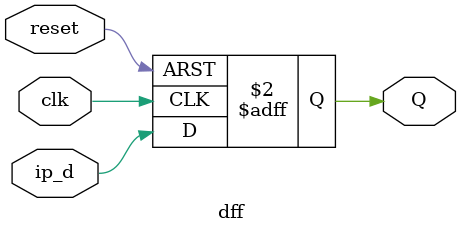
<source format=v>
module dff (clk, reset, ip_d, Q);
input clk, reset, ip_d;
output reg Q;

always @(posedge clk or posedge reset)
begin
    if(reset)
        Q <= 1'b0;
    else 
        Q <= ip_d;
end
endmodule

</source>
